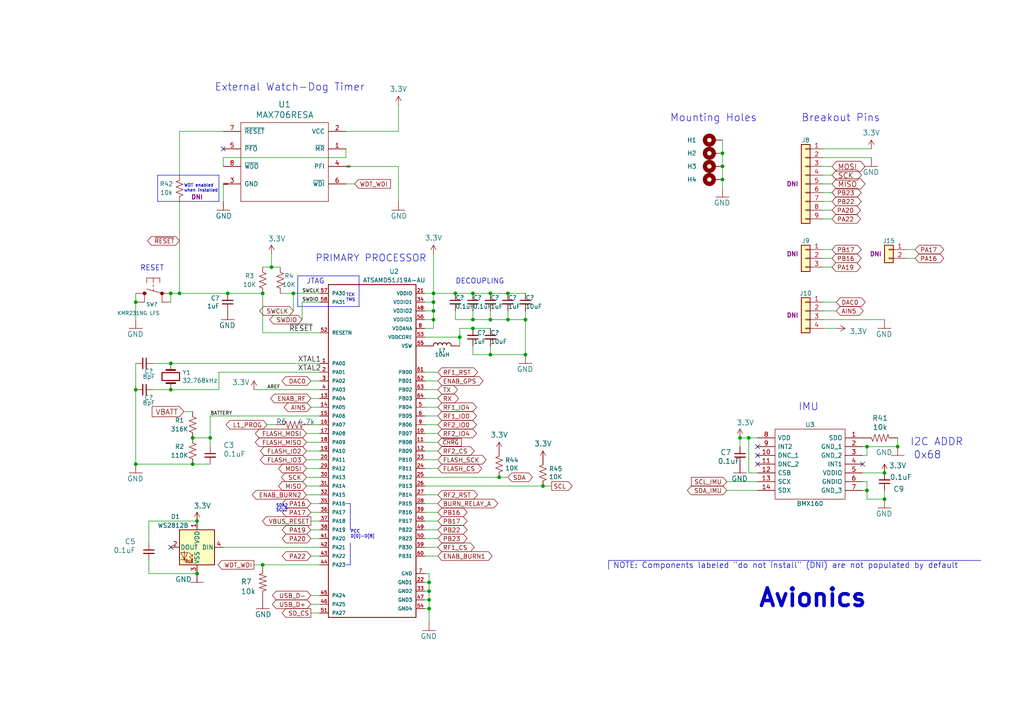
<source format=kicad_sch>
(kicad_sch (version 20230121) (generator eeschema)
  (paper "A4")
  (title_block (title "PyCubed Mainboard") (date "2021-06-09") (rev "v05c") (company "Max Holliday"))
  (junction (at 133.35 97.79))
  (junction (at 125.73 85.09))
  (junction (at 124.46 173.99))
  (junction (at 209.55 44.45))
  (junction (at 57.15 151.13))
  (junction (at 60.96 127))
  (junction (at 251.46 142.24))
  (junction (at 142.24 92.71))
  (junction (at 152.4 92.71))
  (junction (at 125.73 90.17))
  (junction (at 85.09 85.09))
  (junction (at 157.48 140.97))
  (junction (at 124.46 168.91))
  (junction (at 125.73 92.71))
  (junction (at 78.74 77.47))
  (junction (at 209.55 48.26))
  (junction (at 152.4 102.87))
  (junction (at 142.24 102.87))
  (junction (at 251.46 129.54))
  (junction (at 39.37 87.63))
  (junction (at 209.55 52.07))
  (junction (at 125.73 87.63))
  (junction (at 55.88 134.62))
  (junction (at 49.53 105.41))
  (junction (at 147.32 85.09))
  (junction (at 256.54 144.78))
  (junction (at 132.08 85.09))
  (junction (at 256.54 137.16))
  (junction (at 144.78 138.43))
  (junction (at 49.53 113.03))
  (junction (at 214.63 127))
  (junction (at 142.24 85.09))
  (junction (at 39.37 113.03))
  (junction (at 76.2 163.83))
  (junction (at 137.16 85.09))
  (junction (at 124.46 176.53))
  (junction (at 52.07 85.09))
  (junction (at 55.88 127))
  (junction (at 137.16 92.71))
  (junction (at 147.32 92.71))
  (junction (at 76.2 85.09))
  (junction (at 57.15 166.37))
  (junction (at 39.37 134.62))
  (junction (at 49.53 85.09))
  (junction (at 137.16 95.25))
  (junction (at 66.04 85.09))
  (junction (at 124.46 171.45))
  (junction (at 260.35 129.54))
  (junction (at 217.17 127))
  (no_connect (at 219.71 132.08))
  (no_connect (at 219.71 134.62))
  (no_connect (at 49.53 158.75))
  (no_connect (at 219.71 129.54))
  (no_connect (at 64.77 43.18))
  (no_connect (at 250.19 134.62))
  (wire (pts (xy 242.57 90.17) (xy 238.76 90.17)))
  (wire (pts (xy 219.71 137.16) (xy 217.17 137.16)))
  (wire (pts (xy 92.71 123.19) (xy 90.17 123.19)))
  (wire (pts (xy 76.2 163.83) (xy 73.66 163.83)))
  (wire (pts (xy 147.32 90.17) (xy 147.32 92.71)))
  (wire (pts (xy 123.19 156.21) (xy 127 156.21)))
  (wire (pts (xy 123.19 87.63) (xy 125.73 87.63)))
  (wire (pts (xy 85.09 90.17) (xy 85.09 85.09)))
  (wire (pts (xy 124.46 173.99) (xy 124.46 176.53)))
  (wire (pts (xy 127 110.49) (xy 123.19 110.49)))
  (wire (pts (xy 102.87 53.34) (xy 100.33 53.34)))
  (wire (pts (xy 142.24 85.09) (xy 147.32 85.09)))
  (wire (pts (xy 125.73 95.25) (xy 125.73 92.71)))
  (wire (pts (xy 100.33 45.72) (xy 100.33 43.18)))
  (wire (pts (xy 127 135.89) (xy 123.19 135.89)))
  (wire (pts (xy 250.19 132.08) (xy 251.46 132.08)))
  (wire (pts (xy 133.35 97.79) (xy 133.35 95.25)))
  (wire (pts (xy 92.71 143.51) (xy 88.9 143.51)))
  (wire (pts (xy 260.35 129.54) (xy 260.35 127)))
  (wire (pts (xy 133.35 95.25) (xy 137.16 95.25)))
  (wire (pts (xy 209.55 48.26) (xy 209.55 52.07)))
  (polyline (pts (xy 63.5 50.8) (xy 63.5 58.42)))
  (wire (pts (xy 251.46 129.54) (xy 260.35 129.54)))
  (wire (pts (xy 115.57 38.1) (xy 115.57 30.48)))
  (wire (pts (xy 90.17 146.05) (xy 92.71 146.05)))
  (wire (pts (xy 92.71 156.21) (xy 90.17 156.21)))
  (wire (pts (xy 92.71 133.35) (xy 88.9 133.35)))
  (polyline (pts (xy 176.53 162.56) (xy 284.48 162.56)))
  (wire (pts (xy 133.35 97.79) (xy 133.35 100.33)))
  (wire (pts (xy 123.19 168.91) (xy 124.46 168.91)))
  (wire (pts (xy 115.57 38.1) (xy 100.33 38.1)))
  (wire (pts (xy 125.73 85.09) (xy 132.08 85.09)))
  (wire (pts (xy 210.82 142.24) (xy 219.71 142.24)))
  (wire (pts (xy 125.73 85.09) (xy 125.73 73.66)))
  (wire (pts (xy 60.96 127) (xy 60.96 120.65)))
  (wire (pts (xy 63.5 107.95) (xy 92.71 107.95)))
  (wire (pts (xy 127 133.35) (xy 123.19 133.35)))
  (wire (pts (xy 132.08 90.17) (xy 132.08 92.71)))
  (wire (pts (xy 152.4 90.17) (xy 152.4 92.71)))
  (wire (pts (xy 238.76 92.71) (xy 256.54 92.71)))
  (wire (pts (xy 250.19 142.24) (xy 251.46 142.24)))
  (wire (pts (xy 147.32 138.43) (xy 144.78 138.43)))
  (wire (pts (xy 64.77 48.26) (xy 64.77 45.72)))
  (polyline (pts (xy 176.53 165.1) (xy 176.53 162.56)))
  (wire (pts (xy 90.17 151.13) (xy 92.71 151.13)))
  (wire (pts (xy 53.34 119.38) (xy 55.88 119.38)))
  (wire (pts (xy 39.37 85.09) (xy 39.37 87.63)))
  (wire (pts (xy 73.66 113.03) (xy 92.71 113.03)))
  (wire (pts (xy 88.9 138.43) (xy 92.71 138.43)))
  (polyline (pts (xy 86.36 80.01) (xy 86.36 88.9)))
  (wire (pts (xy 55.88 134.62) (xy 39.37 134.62)))
  (wire (pts (xy 238.76 58.42) (xy 241.3 58.42)))
  (wire (pts (xy 123.19 95.25) (xy 125.73 95.25)))
  (wire (pts (xy 115.57 48.26) (xy 115.57 58.42)))
  (wire (pts (xy 43.18 166.37) (xy 57.15 166.37)))
  (wire (pts (xy 241.3 50.8) (xy 238.76 50.8)))
  (wire (pts (xy 78.74 73.66) (xy 78.74 77.47)))
  (wire (pts (xy 123.19 146.05) (xy 127 146.05)))
  (wire (pts (xy 209.55 40.64) (xy 209.55 44.45)))
  (wire (pts (xy 238.76 60.96) (xy 241.3 60.96)))
  (wire (pts (xy 238.76 74.93) (xy 241.3 74.93)))
  (wire (pts (xy 251.46 142.24) (xy 251.46 144.78)))
  (wire (pts (xy 256.54 142.24) (xy 256.54 144.78)))
  (polyline (pts (xy 63.5 58.42) (xy 45.72 58.42)))
  (wire (pts (xy 123.19 92.71) (xy 125.73 92.71)))
  (wire (pts (xy 238.76 45.72) (xy 252.73 45.72)))
  (polyline (pts (xy 86.36 88.9) (xy 104.14 88.9)))
  (polyline (pts (xy 45.72 50.8) (xy 63.5 50.8)))
  (wire (pts (xy 251.46 144.78) (xy 256.54 144.78)))
  (wire (pts (xy 39.37 105.41) (xy 39.37 113.03)))
  (wire (pts (xy 49.53 87.63) (xy 49.53 85.09)))
  (wire (pts (xy 81.28 85.09) (xy 85.09 85.09)))
  (wire (pts (xy 210.82 139.7) (xy 219.71 139.7)))
  (wire (pts (xy 123.19 171.45) (xy 124.46 171.45)))
  (wire (pts (xy 137.16 85.09) (xy 142.24 85.09)))
  (wire (pts (xy 80.01 123.19) (xy 77.47 123.19)))
  (polyline (pts (xy 100.33 163.83) (xy 101.6 163.83)))
  (wire (pts (xy 123.19 161.29) (xy 127 161.29)))
  (wire (pts (xy 100.33 48.26) (xy 115.57 48.26)))
  (wire (pts (xy 92.71 172.72) (xy 90.17 172.72)))
  (wire (pts (xy 124.46 171.45) (xy 124.46 173.99)))
  (wire (pts (xy 251.46 139.7) (xy 251.46 142.24)))
  (wire (pts (xy 123.19 113.03) (xy 127 113.03)))
  (wire (pts (xy 55.88 127) (xy 60.96 127)))
  (wire (pts (xy 123.19 153.67) (xy 127 153.67)))
  (wire (pts (xy 123.19 97.79) (xy 133.35 97.79)))
  (wire (pts (xy 123.19 148.59) (xy 127 148.59)))
  (wire (pts (xy 78.74 77.47) (xy 81.28 77.47)))
  (wire (pts (xy 238.76 55.88) (xy 241.3 55.88)))
  (wire (pts (xy 123.19 130.81) (xy 127 130.81)))
  (wire (pts (xy 209.55 52.07) (xy 209.55 54.61)))
  (polyline (pts (xy 104.14 88.9) (xy 104.14 80.01)))
  (wire (pts (xy 127 120.65) (xy 123.19 120.65)))
  (polyline (pts (xy 104.14 80.01) (xy 86.36 80.01)))
  (wire (pts (xy 250.19 139.7) (xy 251.46 139.7)))
  (wire (pts (xy 252.73 43.18) (xy 238.76 43.18)))
  (wire (pts (xy 123.19 166.37) (xy 124.46 166.37)))
  (wire (pts (xy 76.2 77.47) (xy 78.74 77.47)))
  (wire (pts (xy 60.96 129.54) (xy 60.96 127)))
  (wire (pts (xy 49.53 105.41) (xy 92.71 105.41)))
  (wire (pts (xy 123.19 158.75) (xy 127 158.75)))
  (wire (pts (xy 92.71 115.57) (xy 90.17 115.57)))
  (wire (pts (xy 39.37 113.03) (xy 39.37 134.62)))
  (wire (pts (xy 64.77 53.34) (xy 64.77 58.42)))
  (wire (pts (xy 137.16 102.87) (xy 142.24 102.87)))
  (wire (pts (xy 52.07 58.42) (xy 52.07 85.09)))
  (wire (pts (xy 63.5 113.03) (xy 63.5 107.95)))
  (wire (pts (xy 142.24 92.71) (xy 142.24 90.17)))
  (wire (pts (xy 88.9 135.89) (xy 92.71 135.89)))
  (wire (pts (xy 125.73 87.63) (xy 125.73 85.09)))
  (wire (pts (xy 87.63 87.63) (xy 92.71 87.63)))
  (wire (pts (xy 123.19 85.09) (xy 125.73 85.09)))
  (wire (pts (xy 123.19 123.19) (xy 127 123.19)))
  (wire (pts (xy 92.71 96.52) (xy 76.2 96.52)))
  (wire (pts (xy 76.2 96.52) (xy 76.2 85.09)))
  (polyline (pts (xy 101.6 163.83) (xy 101.6 157.48)))
  (wire (pts (xy 217.17 137.16) (xy 217.17 127)))
  (wire (pts (xy 92.71 110.49) (xy 90.17 110.49)))
  (wire (pts (xy 142.24 92.71) (xy 147.32 92.71)))
  (wire (pts (xy 132.08 85.09) (xy 137.16 85.09)))
  (wire (pts (xy 44.45 105.41) (xy 49.53 105.41)))
  (wire (pts (xy 123.19 107.95) (xy 127 107.95)))
  (polyline (pts (xy 101.6 146.05) (xy 101.6 153.67)))
  (wire (pts (xy 214.63 129.54) (xy 214.63 127)))
  (wire (pts (xy 49.53 113.03) (xy 63.5 113.03)))
  (wire (pts (xy 39.37 87.63) (xy 39.37 92.71)))
  (wire (pts (xy 137.16 95.25) (xy 142.24 95.25)))
  (wire (pts (xy 88.9 140.97) (xy 92.71 140.97)))
  (wire (pts (xy 66.04 85.09) (xy 76.2 85.09)))
  (wire (pts (xy 43.18 151.13) (xy 43.18 157.48)))
  (wire (pts (xy 90.17 177.8) (xy 92.71 177.8)))
  (polyline (pts (xy 45.72 58.42) (xy 45.72 50.8)))
  (wire (pts (xy 52.07 85.09) (xy 66.04 85.09)))
  (wire (pts (xy 137.16 102.87) (xy 137.16 100.33)))
  (wire (pts (xy 64.77 38.1) (xy 52.07 38.1)))
  (wire (pts (xy 265.43 74.93) (xy 262.89 74.93)))
  (wire (pts (xy 142.24 100.33) (xy 142.24 102.87)))
  (wire (pts (xy 92.71 161.29) (xy 90.17 161.29)))
  (wire (pts (xy 92.71 163.83) (xy 76.2 163.83)))
  (wire (pts (xy 124.46 176.53) (xy 124.46 180.34)))
  (wire (pts (xy 124.46 168.91) (xy 124.46 171.45)))
  (wire (pts (xy 209.55 44.45) (xy 209.55 48.26)))
  (wire (pts (xy 43.18 151.13) (xy 57.15 151.13)))
  (wire (pts (xy 92.71 175.26) (xy 90.17 175.26)))
  (wire (pts (xy 123.19 140.97) (xy 157.48 140.97)))
  (wire (pts (xy 123.19 118.11) (xy 127 118.11)))
  (wire (pts (xy 123.19 173.99) (xy 124.46 173.99)))
  (wire (pts (xy 60.96 120.65) (xy 92.71 120.65)))
  (wire (pts (xy 49.53 85.09) (xy 52.07 85.09)))
  (wire (pts (xy 127 125.73) (xy 123.19 125.73)))
  (wire (pts (xy 123.19 143.51) (xy 127 143.51)))
  (wire (pts (xy 64.77 45.72) (xy 100.33 45.72)))
  (wire (pts (xy 92.71 118.11) (xy 90.17 118.11)))
  (wire (pts (xy 87.63 87.63) (xy 87.63 92.71)))
  (wire (pts (xy 160.02 140.97) (xy 157.48 140.97)))
  (wire (pts (xy 88.9 128.27) (xy 92.71 128.27)))
  (wire (pts (xy 127 128.27) (xy 123.19 128.27)))
  (wire (pts (xy 64.77 158.75) (xy 92.71 158.75)))
  (wire (pts (xy 256.54 137.16) (xy 250.19 137.16)))
  (wire (pts (xy 123.19 151.13) (xy 127 151.13)))
  (wire (pts (xy 142.24 102.87) (xy 152.4 102.87)))
  (wire (pts (xy 43.18 162.56) (xy 43.18 166.37)))
  (wire (pts (xy 142.24 92.71) (xy 137.16 92.71)))
  (wire (pts (xy 88.9 125.73) (xy 92.71 125.73)))
  (wire (pts (xy 124.46 166.37) (xy 124.46 168.91)))
  (wire (pts (xy 238.76 63.5) (xy 241.3 63.5)))
  (wire (pts (xy 147.32 92.71) (xy 152.4 92.71)))
  (wire (pts (xy 241.3 53.34) (xy 238.76 53.34)))
  (wire (pts (xy 92.71 153.67) (xy 90.17 153.67)))
  (wire (pts (xy 242.57 95.25) (xy 238.76 95.25)))
  (wire (pts (xy 123.19 176.53) (xy 124.46 176.53)))
  (wire (pts (xy 85.09 85.09) (xy 92.71 85.09)))
  (wire (pts (xy 242.57 87.63) (xy 238.76 87.63)))
  (wire (pts (xy 88.9 130.81) (xy 92.71 130.81)))
  (wire (pts (xy 147.32 85.09) (xy 152.4 85.09)))
  (wire (pts (xy 60.96 134.62) (xy 55.88 134.62)))
  (wire (pts (xy 92.71 148.59) (xy 90.17 148.59)))
  (wire (pts (xy 137.16 92.71) (xy 132.08 92.71)))
  (wire (pts (xy 152.4 92.71) (xy 152.4 102.87)))
  (wire (pts (xy 52.07 38.1) (xy 52.07 50.8)))
  (wire (pts (xy 265.43 72.39) (xy 262.89 72.39)))
  (wire (pts (xy 123.19 138.43) (xy 144.78 138.43)))
  (wire (pts (xy 217.17 127) (xy 219.71 127)))
  (wire (pts (xy 125.73 90.17) (xy 125.73 87.63)))
  (wire (pts (xy 238.76 72.39) (xy 241.3 72.39)))
  (wire (pts (xy 44.45 113.03) (xy 49.53 113.03)))
  (wire (pts (xy 123.19 115.57) (xy 127 115.57)))
  (wire (pts (xy 251.46 129.54) (xy 251.46 132.08)))
  (wire (pts (xy 214.63 127) (xy 217.17 127)))
  (wire (pts (xy 250.19 129.54) (xy 251.46 129.54)))
  (wire (pts (xy 125.73 92.71) (xy 125.73 90.17)))
  (wire (pts (xy 241.3 48.26) (xy 238.76 48.26)))
  (polyline (pts (xy 100.33 146.05) (xy 101.6 146.05)))
  (wire (pts (xy 123.19 90.17) (xy 125.73 90.17)))
  (wire (pts (xy 238.76 77.47) (xy 241.3 77.47)))
  (wire (pts (xy 137.16 90.17) (xy 137.16 92.71)))
  (text "I2C ADDR" (at 279.4 129.54 0) (effects (font (size 2.159 2.159)) (justify right bottom)))
  (text "0x68" (at 273.05 133.35 0) (effects (font (size 2.159 2.159)) (justify right bottom)))
  (text "WDT enabled\nwhen installed" (at 53.34 55.88 0) (effects (font (size 0.889 0.889)) (justify left bottom)))
  (text "Breakout Pins" (at 232.41 35.56 0) (effects (font (size 2.159 2.159)) (justify left bottom)))
  (text "PRIMARY PROCESSOR" (at 91.44 76.2 0) (effects (font (size 2.0066 2.0066)) (justify left bottom)))
  (text "NOTE: Components labeled \"do not install\" (DNI) are not populated by default" (at 177.8 165.1 0) (effects (font (size 1.651 1.651)) (justify left bottom)))
  (text "TCK\nTMS" (at 100.33 87.63 0) (effects (font (size 0.889 0.889)) (justify left bottom)))
  (text "SDA2" (at 80.01 147.32 0) (effects (font (size 0.889 0.889)) (justify left bottom)))
  (text "Avionics" (at 219.71 176.53 0) (effects (font (size 5.08 5.08) (thickness 1.016) bold) (justify left bottom)))
  (text "RESET" (at 40.64 78.74 0) (effects (font (size 1.4986 1.4986)) (justify left bottom)))
  (text "DECOUPLING\n" (at 132.08 82.55 0) (effects (font (size 1.4986 1.4986)) (justify left bottom)))
  (text "Mounting Holes" (at 194.31 35.56 0) (effects (font (size 2.159 2.159)) (justify left bottom)))
  (text "IMU" (at 237.49 119.38 0) (effects (font (size 2.159 2.159)) (justify right bottom)))
  (text "External Watch-Dog Timer" (at 62.23 26.67 0) (effects (font (size 2.159 2.159)) (justify left bottom)))
  (text "SCL2" (at 80.01 148.59 0) (effects (font (size 0.889 0.889)) (justify left bottom)))
  (text "PCC\nD[0]-D[8]" (at 101.6 156.21 0) (effects (font (size 0.889 0.889)) (justify left bottom)))
  (text "JTAG\n" (at 88.9 82.55 0) (effects (font (size 1.4986 1.4986)) (justify left bottom)))
  (label "XTAL1" (at 86.36 105.41 0) (effects (font (size 1.524 1.524))))
  (label "XTAL2" (at 86.36 107.95 0) (effects (font (size 1.524 1.524))))
  (label "BATTERY" (at 60.96 120.65 0) (effects (font (size 1.016 1.016))))
  (label "~{RESET}" (at 83.82 96.52 0) (effects (font (size 1.4986 1.4986))))
  (label "AREF" (at 77.47 113.03 0) (effects (font (size 1.016 1.016))))
  (label "SWDIO" (at 87.63 87.63 0) (effects (font (size 0.9906 0.9906))))
  (label "SWCLK" (at 87.63 85.09 0) (effects (font (size 0.9906 0.9906))))
  (global_label "WDT_WDI" (shape output) (at 73.66 163.83 180) (property "Intersheetrefs" "${INTERSHEET_REFS}" (effects hide)))
  (global_label "USB_D+" (shape bidirectional) (at 90.17 175.26 180) (property "Intersheetrefs" "${INTERSHEET_REFS}" (effects hide)))
  (global_label "RF2_CS" (shape bidirectional) (at 127 130.81 0) (property "Intersheetrefs" "${INTERSHEET_REFS}" (effects hide)))
  (global_label "PA22" (shape bidirectional) (at 90.17 161.29 180) (property "Intersheetrefs" "${INTERSHEET_REFS}" (effects hide)))
  (global_label "PB17" (shape bidirectional) (at 127 151.13 0) (property "Intersheetrefs" "${INTERSHEET_REFS}" (effects hide)))
  (global_label "MOSI" (shape bidirectional) (at 241.3 48.26 0) (effects (font (size 1.4986 1.4986))) (property "Intersheetrefs" "${INTERSHEET_REFS}" (effects hide)))
  (global_label "PA16" (shape bidirectional) (at 90.17 146.05 180) (property "Intersheetrefs" "${INTERSHEET_REFS}" (effects hide)))
  (global_label "PB16" (shape bidirectional) (at 127 148.59 0) (property "Intersheetrefs" "${INTERSHEET_REFS}" (effects hide)))
  (global_label "L1_PROG" (shape bidirectional) (at 77.47 123.19 180) (property "Intersheetrefs" "${INTERSHEET_REFS}" (effects hide)))
  (global_label "TX" (shape bidirectional) (at 127 113.03 0) (property "Intersheetrefs" "${INTERSHEET_REFS}" (effects hide)))
  (global_label "FLASH_IO3" (shape bidirectional) (at 88.9 133.35 180) (property "Intersheetrefs" "${INTERSHEET_REFS}" (effects hide)))
  (global_label "PA17" (shape bidirectional) (at 265.43 72.39 0) (property "Intersheetrefs" "${INTERSHEET_REFS}" (effects hide)))
  (global_label "BURN_RELAY_A" (shape bidirectional) (at 127 146.05 0) (property "Intersheetrefs" "${INTERSHEET_REFS}" (effects hide)))
  (global_label "RF2_RST" (shape bidirectional) (at 127 143.51 0) (property "Intersheetrefs" "${INTERSHEET_REFS}" (effects hide)))
  (global_label "SDA" (shape bidirectional) (at 147.32 138.43 0) (property "Intersheetrefs" "${INTERSHEET_REFS}" (effects hide)))
  (global_label "SWDIO" (shape bidirectional) (at 87.63 92.71 180) (property "Intersheetrefs" "${INTERSHEET_REFS}" (effects hide)))
  (global_label "PB17" (shape bidirectional) (at 241.3 72.39 0) (property "Intersheetrefs" "${INTERSHEET_REFS}" (effects hide)))
  (global_label "GND" (shape bidirectional) (at 64.77 53.34 0) (effects (font (size 0.254 0.254))) (property "Intersheetrefs" "${INTERSHEET_REFS}" (effects hide)))
  (global_label "RF1_CS" (shape bidirectional) (at 127 158.75 0) (property "Intersheetrefs" "${INTERSHEET_REFS}" (effects hide)))
  (global_label "SD_CS" (shape output) (at 90.17 177.8 180) (property "Intersheetrefs" "${INTERSHEET_REFS}" (effects hide)))
  (global_label "SWCLK" (shape bidirectional) (at 85.09 90.17 180) (property "Intersheetrefs" "${INTERSHEET_REFS}" (effects hide)))
  (global_label "MISO" (shape bidirectional) (at 88.9 140.97 180) (property "Intersheetrefs" "${INTERSHEET_REFS}" (effects hide)))
  (global_label "SCK" (shape bidirectional) (at 88.9 138.43 180) (property "Intersheetrefs" "${INTERSHEET_REFS}" (effects hide)))
  (global_label "~{RESET}" (shape bidirectional) (at 52.07 69.85 180) (property "Intersheetrefs" "${INTERSHEET_REFS}" (effects hide)))
  (global_label "~{CHRG}" (shape input) (at 127 128.27 0) (effects (font (size 1.143 1.143))) (property "Intersheetrefs" "${INTERSHEET_REFS}" (effects hide)))
  (global_label "SCK" (shape bidirectional) (at 241.3 50.8 0) (effects (font (size 1.4986 1.4986))) (property "Intersheetrefs" "${INTERSHEET_REFS}" (effects hide)))
  (global_label "RF1_IO4" (shape bidirectional) (at 127 118.11 0) (property "Intersheetrefs" "${INTERSHEET_REFS}" (effects hide)))
  (global_label "SDA_IMU" (shape bidirectional) (at 210.82 142.24 180) (property "Intersheetrefs" "${INTERSHEET_REFS}" (effects hide)))
  (global_label "MOSI" (shape bidirectional) (at 88.9 135.89 180) (property "Intersheetrefs" "${INTERSHEET_REFS}" (effects hide)))
  (global_label "PB22" (shape bidirectional) (at 127 153.67 0) (property "Intersheetrefs" "${INTERSHEET_REFS}" (effects hide)))
  (global_label "PB22" (shape bidirectional) (at 241.3 58.42 0) (property "Intersheetrefs" "${INTERSHEET_REFS}" (effects hide)))
  (global_label "PB16" (shape bidirectional) (at 241.3 74.93 0) (property "Intersheetrefs" "${INTERSHEET_REFS}" (effects hide)))
  (global_label "DAC0" (shape bidirectional) (at 242.57 87.63 0) (property "Intersheetrefs" "${INTERSHEET_REFS}" (effects hide)))
  (global_label "ENAB_BURN1" (shape bidirectional) (at 127 161.29 0) (property "Intersheetrefs" "${INTERSHEET_REFS}" (effects hide)))
  (global_label "FLASH_MOSI" (shape bidirectional) (at 88.9 125.73 180) (property "Intersheetrefs" "${INTERSHEET_REFS}" (effects hide)))
  (global_label "FLASH_CS" (shape bidirectional) (at 127 135.89 0) (property "Intersheetrefs" "${INTERSHEET_REFS}" (effects hide)))
  (global_label "RX" (shape bidirectional) (at 127 115.57 0) (property "Intersheetrefs" "${INTERSHEET_REFS}" (effects hide)))
  (global_label "AIN5" (shape bidirectional) (at 242.57 90.17 0) (property "Intersheetrefs" "${INTERSHEET_REFS}" (effects hide)))
  (global_label "AIN5" (shape bidirectional) (at 90.17 118.11 180) (property "Intersheetrefs" "${INTERSHEET_REFS}" (effects hide)))
  (global_label "RF1_IO0" (shape bidirectional) (at 127 120.65 0) (property "Intersheetrefs" "${INTERSHEET_REFS}" (effects hide)))
  (global_label "PA20" (shape bidirectional) (at 241.3 60.96 0) (property "Intersheetrefs" "${INTERSHEET_REFS}" (effects hide)))
  (global_label "MISO" (shape bidirectional) (at 241.3 53.34 0) (effects (font (size 1.4986 1.4986))) (property "Intersheetrefs" "${INTERSHEET_REFS}" (effects hide)))
  (global_label "PB23" (shape bidirectional) (at 241.3 55.88 0) (property "Intersheetrefs" "${INTERSHEET_REFS}" (effects hide)))
  (global_label "DAC0" (shape bidirectional) (at 90.17 110.49 180) (property "Intersheetrefs" "${INTERSHEET_REFS}" (effects hide)))
  (global_label "ENAB_BURN2" (shape bidirectional) (at 88.9 143.51 180) (property "Intersheetrefs" "${INTERSHEET_REFS}" (effects hide)))
  (global_label "USB_D-" (shape bidirectional) (at 90.17 172.72 180) (property "Intersheetrefs" "${INTERSHEET_REFS}" (effects hide)))
  (global_label "FLASH_MISO" (shape bidirectional) (at 88.9 128.27 180) (property "Intersheetrefs" "${INTERSHEET_REFS}" (effects hide)))
  (global_label "FLASH_IO2" (shape bidirectional) (at 88.9 130.81 180) (property "Intersheetrefs" "${INTERSHEET_REFS}" (effects hide)))
  (global_label "WDT_WDI" (shape input) (at 102.87 53.34 0) (property "Intersheetrefs" "${INTERSHEET_REFS}" (effects hide)))
  (global_label "PB23" (shape bidirectional) (at 127 156.21 0) (property "Intersheetrefs" "${INTERSHEET_REFS}" (effects hide)))
  (global_label "PA17" (shape bidirectional) (at 90.17 148.59 180) (property "Intersheetrefs" "${INTERSHEET_REFS}" (effects hide)))
  (global_label "FLASH_SCK" (shape bidirectional) (at 127 133.35 0) (property "Intersheetrefs" "${INTERSHEET_REFS}" (effects hide)))
  (global_label "ENAB_RF" (shape bidirectional) (at 90.17 115.57 180) (property "Intersheetrefs" "${INTERSHEET_REFS}" (effects hide)))
  (global_label "RF2_IO4" (shape bidirectional) (at 127 125.73 0) (property "Intersheetrefs" "${INTERSHEET_REFS}" (effects hide)))
  (global_label "PA19" (shape bidirectional) (at 90.17 153.67 180) (property "Intersheetrefs" "${INTERSHEET_REFS}" (effects hide)))
  (global_label "PA22" (shape bidirectional) (at 241.3 63.5 0) (property "Intersheetrefs" "${INTERSHEET_REFS}" (effects hide)))
  (global_label "PA16" (shape bidirectional) (at 265.43 74.93 0) (property "Intersheetrefs" "${INTERSHEET_REFS}" (effects hide)))
  (global_label "GND" (shape bidirectional) (at 100.33 48.26 0) (effects (font (size 0.254 0.254))) (property "Intersheetrefs" "${INTERSHEET_REFS}" (effects hide)))
  (global_label "PA19" (shape bidirectional) (at 241.3 77.47 0) (property "Intersheetrefs" "${INTERSHEET_REFS}" (effects hide)))
  (global_label "PA20" (shape bidirectional) (at 90.17 156.21 180) (property "Intersheetrefs" "${INTERSHEET_REFS}" (effects hide)))
  (global_label "VBUS_RESET" (shape output) (at 90.17 151.13 180) (property "Intersheetrefs" "${INTERSHEET_REFS}" (effects hide)))
  (global_label "RF1_RST" (shape bidirectional) (at 127 107.95 0) (property "Intersheetrefs" "${INTERSHEET_REFS}" (effects hide)))
  (global_label "RF2_IO0" (shape bidirectional) (at 127 123.19 0) (property "Intersheetrefs" "${INTERSHEET_REFS}" (effects hide)))
  (global_label "ENAB_GPS" (shape bidirectional) (at 127 110.49 0) (property "Intersheetrefs" "${INTERSHEET_REFS}" (effects hide)))
  (global_label "SCL_IMU" (shape input) (at 210.82 139.7 180) (property "Intersheetrefs" "${INTERSHEET_REFS}" (effects hide)))
  (global_label "VBATT" (shape input) (at 53.34 119.38 180) (effects (font (size 1.4986 1.4986))) (property "Intersheetrefs" "${INTERSHEET_REFS}" (effects hide)))
  (global_label "SCL" (shape output) (at 160.02 140.97 0) (property "Intersheetrefs" "${INTERSHEET_REFS}" (effects hide)))
  (symbol (lib_id "mainboard:GND") (at 64.77 60.96 0) (mirror y) (unit 1)
    (property "Reference" "#GND06" (effects hide))
    (property "Value" "GND" (at 67.31 63.5 0) (effects (font (size 1.4986 1.4986)) (justify left bottom)))
    (instances (project "mainboard" (path "" (reference "#GND06") (unit 1)) (path "" (reference "#GND?") (unit 1))))
  )
  (symbol (lib_id "mainboard:3.3V") (at 115.57 30.48 0) (mirror y) (unit 1)
    (property "Reference" "#SUPPLY01" (effects hide))
    (property "Value" "3.3V" (at 118.11 26.67 0) (effects (font (size 1.4986 1.4986)) (justify left bottom)))
    (instances (project "mainboard" (path "" (reference "#SUPPLY01") (unit 1)) (path "" (reference "#SUPPLY?") (unit 1))))
  )
  (symbol (lib_id "mainboard:C_Small") (at 256.54 139.7 0) (mirror x) (unit 1)
    (property "Reference" "C9" (at 259.08 140.97 0) (effects (font (size 1.4986 1.4986)) (justify left bottom)))
    (property "Value" "0.1uF" (at 258.064 137.541 0) (effects (font (size 1.4986 1.4986)) (justify left bottom)))
    (property "Footprint" "Capacitor_SMD:C_0603_1608Metric" (effects hide))
    (property "Description" "0.1uF +-10% 50V X7R 0603" (effects hide))
    (instances (project "mainboard" (path "" (reference "C9") (unit 1)) (path "" (reference "C?") (unit 1))))
  )
  (symbol (lib_id "mainboard:GND") (at 76.2 176.53 0) (mirror y) (unit 1)
    (property "Reference" "#GND010" (effects hide))
    (property "Value" "GND" (at 78.74 179.07 0) (effects (font (size 1.4986 1.4986)) (justify left bottom)))
    (instances (project "mainboard" (path "" (reference "#GND010") (unit 1)) (path "" (reference "#GND?") (unit 1))))
  )
  (symbol (lib_id "mainboard:C_Small") (at 152.4 87.63 0) (unit 1)
    (property "Reference" "C?" (at 152.4 86.36 0) (effects (justify left)))
    (property "Value" "10uF" (at 152.4 88.9 0) (effects (justify left)))
    (property "Footprint" "Capacitor_SMD:C_0603_1608Metric" (effects hide))
    (property "Description" "10uF +-20% 10V X5R" (effects hide))
    (instances (project "mainboard" (path "" (reference "C?") (unit 1)) (path "" (reference "C16") (unit 1))))
  )
  (symbol (lib_id "mainboard:C_Small") (at 147.32 87.63 0) (unit 1)
    (property "Reference" "C?" (at 147.32 86.36 0) (effects (justify left)))
    (property "Value" "1uF" (at 147.32 88.9 0) (effects (justify left)))
    (property "Footprint" "Capacitor_SMD:C_0603_1608Metric" (effects hide))
    (property "Description" "1uF 0603 X7R" (effects hide))
    (instances (project "mainboard" (path "" (reference "C?") (unit 1)) (path "" (reference "C15") (unit 1))))
  )
  (symbol (lib_id "mainboard:C_Small") (at 142.24 87.63 0) (unit 1)
    (property "Reference" "C?" (at 142.24 86.36 0) (effects (justify left)))
    (property "Value" "1uF" (at 142.24 88.9 0) (effects (justify left)))
    (property "Footprint" "Capacitor_SMD:C_0603_1608Metric" (effects hide))
    (property "Description" "1uF 0603 X7R" (effects hide))
    (instances (project "mainboard" (path "" (reference "C?") (unit 1)) (path "" (reference "C13") (unit 1))))
  )
  (symbol (lib_id "mainboard:C_Small") (at 66.04 87.63 0) (mirror x) (unit 1)
    (property "Reference" "C?" (at 63.7032 86.4616 0) (effects (justify right)))
    (property "Value" "1uF" (at 63.7032 88.773 0) (effects (justify right)))
    (property "Footprint" "Capacitor_SMD:C_0603_1608Metric" (effects hide))
    (property "Description" "1uF 0603 X7R" (effects hide))
    (instances (project "mainboard" (path "" (reference "C?") (unit 1)) (path "" (reference "C4") (unit 1))))
  )
  (symbol (lib_id "mainboard:C_Small") (at 137.16 97.79 0) (mirror x) (unit 1)
    (property "Reference" "C?" (at 140.97 96.52 0) (effects (justify right)))
    (property "Value" "1uF" (at 140.97 99.06 0) (effects (justify right)))
    (property "Footprint" "Capacitor_SMD:C_0603_1608Metric" (effects hide))
    (property "Description" "1uF 0603 X7R" (effects hide))
    (instances (project "mainboard" (path "" (reference "C?") (unit 1)) (path "" (reference "C12") (unit 1))))
  )
  (symbol (lib_id "mainboard:INDUCTOR-Adafruit_Feather_M4_Express-eagle-import-lab64_SAM32-rescue-SAMD-10-rescue-SAM32-rescue") (at 128.27 100.33 0) (mirror y) (unit 1)
    (property "Reference" "L?" (at 128.27 101.6 0) (effects (font (size 1.0668 1.0668))))
    (property "Value" "10uH" (at 128.27 102.87 0) (effects (font (size 1.0668 1.0668))))
    (property "Footprint" "Inductor_SMD:L_0805_2012Metric_Pad1.15x1.40mm_HandSolder" (effects hide))
    (property "Description" "10uH Unshielded 0805" (effects hide))
    (property "Flight" "MGFL2012F100MT-LF" (effects hide))
    (property "Manufacturer_Name" "MicroGate" (effects hide))
    (property "Manufacturer_Part_Number" "MGFL2012F100MT-LF" (effects hide))
    (property "Proto" "MGFL2012F100MT-LF" (effects hide))
    (instances (project "mainboard" (path "" (reference "L?") (unit 1)) (path "" (reference "L1") (unit 1))))
  )
  (symbol (lib_id "mainboard:C_Small") (at 142.24 97.79 0) (mirror y) (unit 1)
    (property "Reference" "C?" (at 142.24 96.52 0) (effects (justify right)))
    (property "Value" "10uF" (at 142.24 99.06 0) (effects (justify right)))
    (property "Footprint" "Capacitor_SMD:C_0603_1608Metric" (effects hide))
    (property "Description" "10uF +-20% 10V X5R" (effects hide))
    (instances (project "mainboard" (path "" (reference "C?") (unit 1)) (path "" (reference "C14") (unit 1))))
  )
  (symbol (lib_id "mainboard:SWITCH_SMT4.6X2.8") (at 44.45 85.09 0) (mirror y) (unit 1)
    (property "Reference" "SW?" (at 45.72 88.9 0) (effects (font (size 1.0668 1.0668)) (justify left bottom)))
    (property "Value" "KMR231NG LFS" (at 46.355 91.44 0) (effects (font (size 1.0668 1.0668)) (justify left bottom)))
    (property "Footprint" "mainboard:BTN_KMR2_4.6X2.8" (effects hide))
    (property "Datasheet" "https://www.ckswitches.com/media/1479/kmr2.pdf" (effects hide))
    (property "Description" "Tactile Switch SPST-NO" (effects hide))
    (property "Flight" "KMR231NG LFS" (effects hide))
    (property "Manufacturer_Name" "C&K" (effects hide))
    (property "Manufacturer_Part_Number" "KMR231NG LFS" (effects hide))
    (property "Proto" "KMR231NG LFS" (effects hide))
    (instances (project "mainboard" (path "" (reference "SW?") (unit 1)) (path "" (reference "SW1") (unit 1))))
  )
  (symbol (lib_id "mainboard:C_Small") (at 41.91 105.41 270) (mirror x) (unit 1)
    (property "Reference" "C?" (at 43.1546 107.696 90))
    (property "Value" "8pF" (at 43.18 109.22 90))
    (property "Footprint" "Capacitor_SMD:C_0603_1608Metric" (effects hide))
    (property "Description" "8pF +-0.25pF 50V C0G 0603" (effects hide))
    (instances (project "mainboard" (path "" (reference "C?") (unit 1)) (path "" (reference "C1") (unit 1))))
  )
  (symbol (lib_id "mainboard:C_Small") (at 41.91 113.03 270) (mirror x) (unit 1)
    (property "Reference" "C?" (at 43.1546 115.316 90))
    (property "Value" "8pF" (at 43.18 116.84 90))
    (property "Footprint" "Capacitor_SMD:C_0603_1608Metric" (effects hide))
    (property "Description" "8pF +-0.25pF 50V C0G 0603" (effects hide))
    (instances (project "mainboard" (path "" (reference "C?") (unit 1)) (path "" (reference "C2") (unit 1))))
  )
  (symbol (lib_id "Device:R_US") (at 55.88 123.19 0) (unit 1)
    (property "Reference" "R1" (at 52.07 121.92 0))
    (property "Value" "316K" (at 52.07 124.46 0))
    (property "Footprint" "Resistor_SMD:R_0603_1608Metric" (effects hide))
    (property "Description" "316K 0603" (effects hide))
  )
  (symbol (lib_id "Device:R_US") (at 81.28 81.28 0) (unit 1)
    (property "Reference" "R4" (at 83.82 80.01 0))
    (property "Value" "10K" (at 83.82 82.55 0))
    (property "Footprint" "Resistor_SMD:R_0603_1608Metric" (effects hide))
    (property "Description" "10K 0603" (effects hide))
  )
  (symbol (lib_id "Device:R_US") (at 76.2 81.28 0) (unit 1)
    (property "Reference" "R3" (at 72.39 80.01 0))
    (property "Value" "10K" (at 72.39 82.55 0))
    (property "Footprint" "Resistor_SMD:R_0603_1608Metric" (effects hide))
    (property "Description" "10K 0603" (effects hide))
  )
  (symbol (lib_id "Device:R_US") (at 55.88 130.81 180) (unit 1)
    (property "Reference" "R2" (at 52.07 129.54 0))
    (property "Value" "110K" (at 52.07 132.08 0))
    (property "Footprint" "Resistor_SMD:R_0603_1608Metric" (effects hide))
    (property "Description" "110K 0603" (effects hide))
  )
  (symbol (lib_name "ATSAMD51J20A-AU-ATSAMD51J20A-AU-lab64_SAM32-rescue-lab64_SAM32-rescue-SAMD-10-rescue-SAM32-rescue_2") (lib_id "mainboard:ATSAMD51J20A-AU-ATSAMD51J20A-AU-lab64_SAM32-rescue-lab64_SAM32-rescue-SAMD-10-rescue-SAM32-rescue") (at 107.95 130.81 0) (unit 1)
    (property "Reference" "U2" (at 114.3 78.74 0))
    (property "Value" "ATSAMD51J19A-AU" (at 114.3 81.28 0))
    (property "Footprint" "mainboard:QFP50P1200X1200X120-64N" (effects hide))
    (property "Datasheet" "https://ww1.microchip.com/downloads/en/DeviceDoc/SAM_D5x_E5x_Family_Data_Sheet_DS60001507G.pdf" (effects hide))
    (property "Description" "Microcontroller" (effects hide))
    (property "Flight" "ATSAMD51J19A-AU" (effects hide))
    (property "Manufacturer_Name" "Microchip Technology" (effects hide))
    (property "Manufacturer_Part_Number" "ATSAMD51J19A-AU" (effects hide))
    (property "Proto" "ATSAMD51J19A-AU" (effects hide))
  )
  (symbol (lib_id "mainboard:C_Small") (at 137.16 87.63 0) (unit 1)
    (property "Reference" "C?" (at 137.16 86.36 0) (effects (justify left)))
    (property "Value" "0.1uF" (at 137.16 88.9 0) (effects (justify left)))
    (property "Footprint" "Capacitor_SMD:C_0603_1608Metric" (effects hide))
    (property "Description" "0.1uF +-10% 50V X7R 0603" (effects hide))
    (instances (project "mainboard" (path "" (reference "C?") (unit 1)) (path "" (reference "C11") (unit 1))))
  )
  (symbol (lib_id "mainboard:3.3V") (at 125.73 73.66 0) (unit 1)
    (property "Reference" "#SUPPLY04" (effects hide))
    (property "Value" "3.3V" (at 123.19 69.85 0) (effects (font (size 1.4986 1.4986)) (justify left bottom)))
    (instances (project "mainboard" (path "" (reference "#SUPPLY04") (unit 1)) (path "" (reference "#SUPPLY?") (unit 1))))
  )
  (symbol (lib_id "mainboard:3.3V") (at 78.74 73.66 0) (unit 1)
    (property "Reference" "#SUPPLY02" (effects hide))
    (property "Value" "3.3V" (at 77.724 70.104 0) (effects (font (size 1.4986 1.4986)) (justify left bottom)))
    (instances (project "mainboard" (path "" (reference "#SUPPLY02") (unit 1)) (path "" (reference "#SUPPLY?") (unit 1))))
  )
  (symbol (lib_id "mainboard:GND") (at 124.46 182.88 0) (unit 1)
    (property "Reference" "#GND08" (effects hide))
    (property "Value" "GND" (at 121.92 185.42 0) (effects (font (size 1.4986 1.4986)) (justify left bottom)))
    (instances (project "mainboard" (path "" (reference "#GND08") (unit 1)) (path "" (reference "#GND?") (unit 1))))
  )
  (symbol (lib_id "mainboard:GND") (at 57.15 168.91 0) (unit 1)
    (property "Reference" "#GND05" (effects hide))
    (property "Value" "GND" (at 50.8 168.91 0) (effects (font (size 1.4986 1.4986)) (justify left bottom)))
    (instances (project "mainboard" (path "" (reference "#GND05") (unit 1)) (path "" (reference "#GND?") (unit 1))))
  )
  (symbol (lib_id "mainboard:GND") (at 152.4 105.41 0) (unit 1)
    (property "Reference" "#GND09" (effects hide))
    (property "Value" "GND" (at 149.86 107.95 0) (effects (font (size 1.4986 1.4986)) (justify left bottom)))
    (instances (project "mainboard" (path "" (reference "#GND09") (unit 1)) (path "" (reference "#GND?") (unit 1))))
  )
  (symbol (lib_id "mainboard:GND") (at 66.04 92.71 0) (unit 1)
    (property "Reference" "#GND04" (effects hide))
    (property "Value" "GND" (at 63.5 95.25 0) (effects (font (size 1.4986 1.4986)) (justify left bottom)))
    (instances (project "mainboard" (path "" (reference "#GND04") (unit 1)) (path "" (reference "#GND?") (unit 1))))
  )
  (symbol (lib_id "mainboard:GND") (at 39.37 137.16 0) (unit 1)
    (property "Reference" "#GND03" (effects hide))
    (property "Value" "GND" (at 36.83 139.7 0) (effects (font (size 1.4986 1.4986)) (justify left bottom)))
    (instances (project "mainboard" (path "" (reference "#GND03") (unit 1)) (path "" (reference "#GND?") (unit 1))))
  )
  (symbol (lib_id "mainboard:GND") (at 39.37 95.25 0) (unit 1)
    (property "Reference" "#GND02" (effects hide))
    (property "Value" "GND" (at 36.83 97.79 0) (effects (font (size 1.4986 1.4986)) (justify left bottom)))
    (instances (project "mainboard" (path "" (reference "#GND02") (unit 1)) (path "" (reference "#GND?") (unit 1))))
  )
  (symbol (lib_id "mainboard:C_Small") (at 60.96 132.08 0) (mirror y) (unit 1)
    (property "Reference" "C3" (at 64.77 128.27 0) (effects (font (size 1.4986 1.4986)) (justify right top)))
    (property "Value" "0.1uF" (at 64.77 130.81 0) (effects (font (size 1.4986 1.4986)) (justify right top)))
    (property "Footprint" "Capacitor_SMD:C_0603_1608Metric" (effects hide))
    (property "Description" "0.1uF +-10% 50V X7R 0603" (effects hide))
    (instances (project "mainboard" (path "" (reference "C3") (unit 1)) (path "" (reference "C?") (unit 1))))
  )
  (symbol (lib_id "mainboard:3.3V") (at 73.66 113.03 0) (unit 1)
    (property "Reference" "#SUPPLY0101" (effects hide))
    (property "Value" "3.3V" (at 67.31 111.76 0) (effects (font (size 1.4986 1.4986)) (justify left bottom)))
    (instances (project "mainboard" (path "" (reference "#SUPPLY0101") (unit 1)) (path "" (reference "#SUPPLY?") (unit 1))))
  )
  (symbol (lib_id "Connector_Generic:Conn_01x09") (at 233.68 53.34 0) (mirror y) (unit 1)
    (property "Reference" "J8" (at 233.68 40.64 0))
    (property "Value" "Conn_01x09" (effects hide))
    (property "Footprint" "Connector_PinHeader_2.54mm:PinHeader_1x09_P2.54mm_Vertical" (effects hide))
    (property "DNI" "DNI" (at 229.87 53.34 0) (effects (font bold)))
    (property "Description" "Vertical Header - 0.1in (2.54mm)" (effects hide))
  )
  (symbol (lib_id "mainboard:3.3V") (at 252.73 43.18 0) (mirror y) (unit 1)
    (property "Reference" "#SUPPLY0111" (effects hide))
    (property "Value" "3.3V" (at 255.27 39.37 0) (effects (font (size 1.4986 1.4986)) (justify left bottom)))
    (instances (project "mainboard" (path "" (reference "#SUPPLY0111") (unit 1)) (path "" (reference "#SUPPLY?") (unit 1))))
  )
  (symbol (lib_id "mainboard:GND") (at 252.73 48.26 0) (unit 1)
    (property "Reference" "#GND0101" (effects hide))
    (property "Value" "GND" (at 250.19 50.8 0) (effects (font (size 1.4986 1.4986)) (justify left bottom)))
    (instances (project "mainboard" (path "" (reference "#GND0101") (unit 1)) (path "" (reference "#GND?") (unit 1))))
  )
  (symbol (lib_id "Device:Crystal") (at 49.53 109.22 270) (unit 1)
    (property "Reference" "Y1" (at 52.8574 108.0516 90) (effects (justify left)))
    (property "Value" "32.768kHz" (at 52.8574 110.363 90) (effects (justify left)))
    (property "Footprint" "Crystal:Crystal_SMD_3215-2Pin_3.2x1.5mm" (effects hide))
    (property "Datasheet" "https://abracon.com/Resonators/ABS07.pdf" (effects hide))
    (property "Description" "32.768kHz Crystal Oscillator" (effects hide))
    (property "Flight" "ABS07-32.768KHZ-T" (effects hide))
    (property "Manufacturer_Name" "Abracon LLC" (effects hide))
    (property "Manufacturer_Part_Number" "SC-32S32.768kHz20PPM7pF" (effects hide))
    (property "Proto" "SC-32S32.768kHz20PPM7pF" (effects hide))
  )
  (symbol (lib_id "mainboard:C_Small") (at 132.08 87.63 0) (unit 1)
    (property "Reference" "C?" (at 132.08 86.36 0) (effects (justify left)))
    (property "Value" "0.1uF" (at 132.08 88.9 0) (effects (justify left)))
    (property "Footprint" "Capacitor_SMD:C_0603_1608Metric" (effects hide))
    (property "Description" "0.1uF +-10% 50V X7R 0603" (effects hide))
    (instances (project "mainboard" (path "" (reference "C?") (unit 1)) (path "" (reference "C10") (unit 1))))
  )
  (symbol (lib_id "Device:R_US") (at 52.07 54.61 0) (mirror x) (unit 1)
    (property "Reference" "R42" (at 48.26 53.34 0))
    (property "Value" "10k" (at 48.26 55.88 0))
    (property "Footprint" "Resistor_SMD:R_0603_1608Metric" (effects hide))
    (property "DNI" "DNI" (at 57.15 57.15 0) (effects (font bold)))
    (property "Description" "10k 0603" (effects hide))
  )
  (symbol (lib_id "Mechanical:MountingHole_Pad") (at 207.01 40.64 90) (unit 1)
    (property "Reference" "H1" (at 200.66 40.64 90))
    (property "Value" "MountingHole_Pad" (effects hide))
    (property "Footprint" "MountingHole:MountingHole_3.2mm_M3_DIN965_Pad" (effects hide))
    (property "DNI" "DNI" (effects hide))
  )
  (symbol (lib_id "mainboard:GND") (at 209.55 57.15 0) (unit 1)
    (property "Reference" "#GND0102" (effects hide))
    (property "Value" "GND" (at 207.01 59.69 0) (effects (font (size 1.4986 1.4986)) (justify left bottom)))
    (instances (project "mainboard" (path "" (reference "#GND0102") (unit 1)) (path "" (reference "#GND?") (unit 1))))
  )
  (symbol (lib_id "Mechanical:MountingHole_Pad") (at 207.01 44.45 90) (unit 1)
    (property "Reference" "H2" (at 200.66 44.45 90))
    (property "Value" "MountingHole_Pad" (effects hide))
    (property "Footprint" "MountingHole:MountingHole_3.2mm_M3_DIN965_Pad" (effects hide))
    (property "DNI" "DNI" (effects hide))
  )
  (symbol (lib_id "Mechanical:MountingHole_Pad") (at 207.01 48.26 90) (unit 1)
    (property "Reference" "H3" (at 200.66 48.26 90))
    (property "Value" "MountingHole_Pad" (effects hide))
    (property "Footprint" "MountingHole:MountingHole_3.2mm_M3_DIN965_Pad" (effects hide))
    (property "DNI" "DNI" (effects hide))
  )
  (symbol (lib_id "Mechanical:MountingHole_Pad") (at 207.01 52.07 90) (unit 1)
    (property "Reference" "H4" (at 200.66 52.07 90))
    (property "Value" "MountingHole_Pad" (effects hide))
    (property "Footprint" "MountingHole:MountingHole_3.2mm_M3_DIN965_Pad" (effects hide))
    (property "DNI" "DNI" (effects hide))
  )
  (symbol (lib_id "Device:R_US") (at 144.78 134.62 0) (mirror y) (unit 1)
    (property "Reference" "R44" (at 146.5072 133.4516 0) (effects (justify right)))
    (property "Value" "10K" (at 146.5072 135.763 0) (effects (justify right)))
    (property "Footprint" "Resistor_SMD:R_0603_1608Metric" (effects hide))
    (property "Description" "10K 0603" (effects hide))
  )
  (symbol (lib_id "Device:R_US") (at 157.48 137.16 0) (mirror y) (unit 1)
    (property "Reference" "R45" (at 159.2072 135.9916 0) (effects (justify right)))
    (property "Value" "10K" (at 159.2072 138.303 0) (effects (justify right)))
    (property "Footprint" "Resistor_SMD:R_0603_1608Metric" (effects hide))
    (property "Description" "10K 0603" (effects hide))
  )
  (symbol (lib_id "mainboard:MAX708RESA-T") (at 102.87 40.64 0) (mirror y) (unit 1)
    (property "Reference" "U1" (at 82.55 30.2768 0) (effects (font (size 1.7526 1.7526))))
    (property "Value" "MAX706RESA" (at 82.55 33.3248 0) (effects (font (size 1.7526 1.7526))))
    (property "Footprint" "Package_SO:SO-8_3.9x4.9mm_P1.27mm" (effects hide))
    (property "Datasheet" "https://datasheets.maximintegrated.com/en/ds/MAX706AP-MAX708T.pdf" (effects hide))
    (property "Description" "Watch-dog Timer" (effects hide))
    (property "Flight" "MAX706RESA" (effects hide))
    (property "Manufacturer_Name" "Maxim Integrated" (effects hide))
    (property "Manufacturer_Part_Number" "MAX706RESA" (effects hide))
    (property "Proto" "MAX706RESA" (effects hide))
  )
  (symbol (lib_id "LED:WS2812B") (at 57.15 158.75 0) (mirror y) (unit 1)
    (property "Reference" "D1" (at 49.53 149.86 0) (effects (justify right)))
    (property "Value" "WS2812B" (at 45.72 152.4 0) (effects (justify right)))
    (property "Footprint" "LED_SMD:LED_WS2812B_PLCC4_5.0x5.0mm_P3.2mm" (effects hide))
    (property "Datasheet" "https://cdn-shop.adafruit.com/datasheets/WS2812B.pdf" (effects hide))
    (property "Description" "RGB LED \"Neopixel\"" (effects hide))
    (property "Flight" "WS2812B-B" (effects hide))
    (property "Manufacturer_Name" "Worldsemi" (effects hide))
    (property "Manufacturer_Part_Number" "WS2812B-B" (effects hide))
    (property "Proto" "WS2812B-B" (effects hide))
  )
  (symbol (lib_id "mainboard:3.3V") (at 242.57 95.25 270) (mirror x) (unit 1)
    (property "Reference" "#SUPPLY0115" (effects hide))
    (property "Value" "3.3V" (at 246.38 95.25 90) (effects (font (size 1.4986 1.4986)) (justify left bottom)))
    (instances (project "mainboard" (path "" (reference "#SUPPLY0115") (unit 1)) (path "" (reference "#SUPPLY?") (unit 1))))
  )
  (symbol (lib_id "mainboard:GND") (at 256.54 95.25 0) (unit 1)
    (property "Reference" "#GND0111" (effects hide))
    (property "Value" "GND" (at 254 97.79 0) (effects (font (size 1.4986 1.4986)) (justify left bottom)))
    (instances (project "mainboard" (path "" (reference "#GND0111") (unit 1)) (path "" (reference "#GND?") (unit 1))))
  )
  (symbol (lib_id "mainboard:3.3V") (at 57.15 151.13 0) (unit 1)
    (property "Reference" "#SUPPLY0117" (effects hide))
    (property "Value" "3.3V" (at 56.134 147.574 0) (effects (font (size 1.4986 1.4986)) (justify left bottom)))
    (instances (project "mainboard" (path "" (reference "#SUPPLY0117") (unit 1)) (path "" (reference "#SUPPLY?") (unit 1))))
  )
  (symbol (lib_id "mainboard:BMX160") (at 250.19 127 0) (mirror y) (unit 1)
    (property "Reference" "U3" (at 234.95 123.19 0))
    (property "Value" "BMX160" (at 234.95 146.05 0))
    (property "Footprint" "mainboard:BMX160" (effects hide))
    (property "Datasheet" "https://ae-bst.resource.bosch.com/media/_tech/media/datasheets/BST-BMX160-DS000.pdf" (effects hide))
    (property "Description" "IMUs - Inertial Measurement Units 9-axis (9DOF) Absolute Orientation MEMS Sensor" (effects hide))
    (property "Flight" "BMX160" (effects hide))
    (property "Manufacturer_Name" "Bosch Sensortec" (effects hide))
    (property "Manufacturer_Part_Number" "BMX160" (effects hide))
    (property "Proto" "BMX160" (effects hide))
  )
  (symbol (lib_id "mainboard:GND") (at 256.54 147.32 0) (unit 1)
    (property "Reference" "#GND0112" (effects hide))
    (property "Value" "GND" (at 254 149.86 0) (effects (font (size 1.4986 1.4986)) (justify left bottom)))
    (instances (project "mainboard" (path "" (reference "#GND0112") (unit 1)) (path "" (reference "#GND?") (unit 1))))
  )
  (symbol (lib_id "mainboard:GND") (at 260.35 132.08 0) (unit 1)
    (property "Reference" "#GND0113" (effects hide))
    (property "Value" "GND" (at 254 132.08 0) (effects (font (size 1.4986 1.4986)) (justify left bottom)))
    (instances (project "mainboard" (path "" (reference "#GND0113") (unit 1)) (path "" (reference "#GND?") (unit 1))))
  )
  (symbol (lib_id "mainboard:3.3V") (at 144.78 130.81 0) (unit 1)
    (property "Reference" "#SUPPLY0118" (effects hide))
    (property "Value" "3.3V" (at 142.24 127 0) (effects (font (size 1.4986 1.4986)) (justify left bottom)))
    (instances (project "mainboard" (path "" (reference "#SUPPLY0118") (unit 1)) (path "" (reference "#SUPPLY?") (unit 1))))
  )
  (symbol (lib_id "mainboard:GND") (at 214.63 137.16 0) (unit 1)
    (property "Reference" "#GND0114" (effects hide))
    (property "Value" "GND" (at 212.09 139.7 0) (effects (font (size 1.4986 1.4986)) (justify left bottom)))
    (instances (project "mainboard" (path "" (reference "#GND0114") (unit 1)) (path "" (reference "#GND?") (unit 1))))
  )
  (symbol (lib_id "mainboard:R-US_R0603") (at 255.27 127 0) (mirror x) (unit 1)
    (property "Reference" "R41" (at 255.27 121.2596 0) (effects (font (size 1.4986 1.4986))))
    (property "Value" "10k" (at 255.27 123.9266 0) (effects (font (size 1.4986 1.4986))))
    (property "Footprint" "Resistor_SMD:R_0603_1608Metric" (effects hide))
    (property "Description" "10k 0603" (effects hide))
    (instances (project "mainboard" (path "" (reference "R41") (unit 1)) (path "" (reference "R?") (unit 1))))
  )
  (symbol (lib_id "mainboard:C_Small") (at 43.18 160.02 0) (unit 1)
    (property "Reference" "C5" (at 39.37 156.21 0) (effects (font (size 1.4986 1.4986)) (justify right top)))
    (property "Value" "0.1uF" (at 39.37 158.75 0) (effects (font (size 1.4986 1.4986)) (justify right top)))
    (property "Footprint" "Capacitor_SMD:C_0603_1608Metric" (effects hide))
    (property "Description" "0.1uF +-10% 50V X7R 0603" (effects hide))
    (instances (project "mainboard" (path "" (reference "C5") (unit 1)) (path "" (reference "C?") (unit 1))))
  )
  (symbol (lib_id "mainboard:3.3V") (at 256.54 137.16 0) (unit 1)
    (property "Reference" "#SUPPLY09" (effects hide))
    (property "Value" "3.3V" (at 257.81 135.89 0) (effects (font (size 1.4986 1.4986)) (justify left bottom)))
    (instances (project "mainboard" (path "" (reference "#SUPPLY09") (unit 1)) (path "" (reference "#SUPPLY?") (unit 1))))
  )
  (symbol (lib_id "Connector_Generic:Conn_01x02") (at 257.81 72.39 0) (mirror y) (unit 1)
    (property "Reference" "J15" (at 257.81 69.85 0))
    (property "Value" "Conn_01x02" (effects hide))
    (property "Footprint" "mainboard:PinHeader_CUSTOM3" (effects hide))
    (property "DNI" "DNI" (at 254 73.66 0) (effects (font bold)))
    (property "Description" "2-pin Vertical Header - 0.1in (2.54mm)" (effects hide))
  )
  (symbol (lib_id "mainboard:3.3V") (at 214.63 127 0) (unit 1)
    (property "Reference" "#SUPPLY03" (effects hide))
    (property "Value" "3.3V" (at 213.614 123.444 0) (effects (font (size 1.4986 1.4986)) (justify left bottom)))
    (instances (project "mainboard" (path "" (reference "#SUPPLY03") (unit 1)) (path "" (reference "#SUPPLY?") (unit 1))))
  )
  (symbol (lib_id "mainboard:3.3V") (at 157.48 133.35 0) (unit 1)
    (property "Reference" "#SUPPLY05" (effects hide))
    (property "Value" "3.3V" (at 154.94 129.54 0) (effects (font (size 1.4986 1.4986)) (justify left bottom)))
    (instances (project "mainboard" (path "" (reference "#SUPPLY05") (unit 1)) (path "" (reference "#SUPPLY?") (unit 1))))
  )
  (symbol (lib_id "Connector_Generic:Conn_01x03") (at 233.68 74.93 0) (mirror y) (unit 1)
    (property "Reference" "J9" (at 233.68 69.85 0))
    (property "Value" "Conn_01x03" (effects hide))
    (property "Footprint" "Connector_PinHeader_2.54mm:PinHeader_1x03_P2.54mm_Vertical" (effects hide))
    (property "DNI" "DNI" (at 229.87 73.66 0) (effects (font bold)))
    (property "Description" "Vertical Header - 0.1in (2.54mm)" (effects hide))
  )
  (symbol (lib_id "Connector_Generic:Conn_01x04") (at 233.68 90.17 0) (mirror y) (unit 1)
    (property "Reference" "J10" (at 233.68 85.09 0))
    (property "Value" "Conn_01x04" (effects hide))
    (property "Footprint" "Connector_PinHeader_2.54mm:PinHeader_1x04_P2.54mm_Vertical" (effects hide))
    (property "DNI" "DNI" (at 229.87 91.44 0) (effects (font bold)))
    (property "Description" "Vertical Header - 0.1in (2.54mm)" (effects hide))
  )
  (symbol (lib_id "mainboard:C_Small") (at 214.63 132.08 0) (mirror y) (unit 1)
    (property "Reference" "C7" (at 212.09 132.08 0) (effects (font (size 1.4986 1.4986)) (justify left bottom)))
    (property "Value" "0.1uF" (at 214.63 134.62 0) (effects (font (size 1.4986 1.4986)) (justify left bottom)))
    (property "Footprint" "Capacitor_SMD:C_0603_1608Metric" (effects hide))
    (property "Description" "0.1uF +-10% 50V X7R 0603" (effects hide))
    (instances (project "mainboard" (path "" (reference "C7") (unit 1)) (path "" (reference "C?") (unit 1))))
  )
  (symbol (lib_id "mainboard:GND") (at 115.57 60.96 0) (mirror y) (unit 1)
    (property "Reference" "#GND01" (effects hide))
    (property "Value" "GND" (at 118.11 63.5 0) (effects (font (size 1.4986 1.4986)) (justify left bottom)))
    (instances (project "mainboard" (path "" (reference "#GND01") (unit 1)) (path "" (reference "#GND?") (unit 1))))
  )
  (symbol (lib_id "mainboard:10KOHM-1_10W-1%(0603)0603") (at 85.09 123.19 0) (unit 1)
    (property "Reference" "R6" (at 80.01 123.19 0) (effects (font (size 1.4986 1.4986)) (justify left bottom)))
    (property "Value" "4.7k" (at 86.36 123.19 0) (effects (font (size 1.4986 1.4986)) (justify left bottom)))
    (property "Footprint" "Resistor_SMD:R_0603_1608Metric" (effects hide))
    (property "Description" "4.7k 0603" (effects hide))
    (instances (project "mainboard" (path "" (reference "R6") (unit 1)) (path "" (reference "R?") (unit 1))))
  )
  (symbol (lib_id "mainboard:R-US_R0603") (at 76.2 168.91 270) (mirror x) (unit 1)
    (property "Reference" "R7" (at 69.85 167.8686 90) (effects (font (size 1.4986 1.4986)) (justify left bottom)))
    (property "Value" "10k" (at 69.85 170.688 90) (effects (font (size 1.4986 1.4986)) (justify left bottom)))
    (property "Footprint" "Resistor_SMD:R_0603_1608Metric" (effects hide))
    (property "Description" "10k 0603" (effects hide))
    (instances (project "mainboard" (path "" (reference "R7") (unit 1)) (path "" (reference "R?") (unit 1))))
  )
)
</source>
